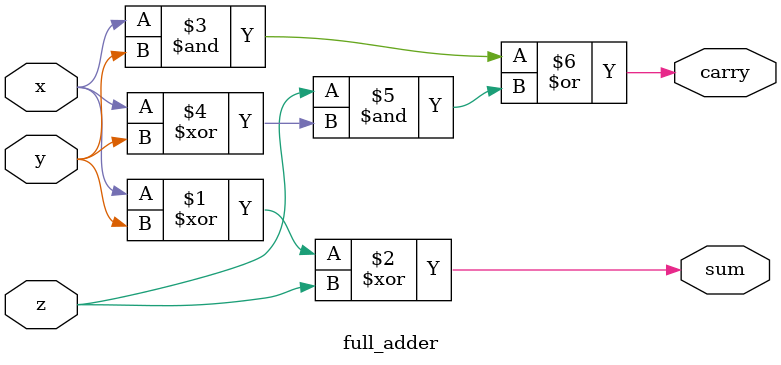
<source format=v>
module full_adder
(
	x,
	y,
	z,
	sum,
	carry
);

	input x;
	input y;
	input z;
	output sum;
	output carry;

	assign sum = x ^ y ^ z;
	assign carry = (x & y) | (z & (x ^ y));

endmodule

</source>
